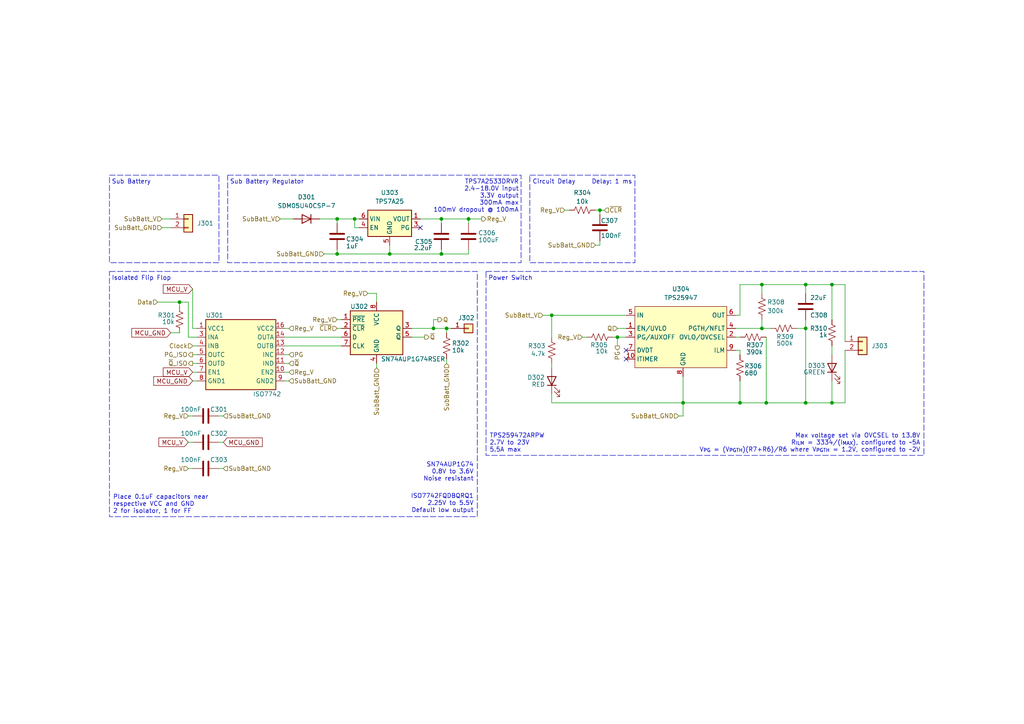
<source format=kicad_sch>
(kicad_sch (version 20250114) (generator "eeschema") (generator_version "9.0")
  (paper "A4")
  (title_block (title "BAGEL Switch MK1") (date "2025-12-02") (rev "A") (company "Illinois Space Society") (comment 3 "Thomas McManamen, Chethan Karandikar") (comment 4 "Contributors: Lucas Lessard, Pranav Bala, Peter Karlos, Charlie Plater, Kevin Zhao, "))
  (lib_symbols
    (symbol "Connector_Generic:Conn_01x01" (pin_names (offset 1.016) (hide yes))
      (property "Reference" "J" (at 0 2.54 0))
      (property "Value" "Conn_01x01" (at 0 -2.54 0))
      (symbol "Conn_01x01_1_1"
        (rectangle (start -1.27 1.27) (end 1.27 -1.27) (stroke (width 0.254)) (fill (type background)))
        (rectangle (start -1.27 0.127) (end 0 -0.127) (stroke (width 0.1524)))
        (pin passive line (at -5.08 0 0) (length 3.81) (name "Pin_1") (number "1"))
      )
    )
    (symbol "Connector_Generic:Conn_01x02" (pin_names (offset 1.016) (hide yes))
      (property "Reference" "J" (at 0 2.54 0))
      (property "Value" "Conn_01x02" (at 0 -5.08 0))
      (symbol "Conn_01x02_1_1"
        (rectangle (start -1.27 1.27) (end 1.27 -3.81) (stroke (width 0.254)) (fill (type background)))
        (rectangle (start -1.27 0.127) (end 0 -0.127) (stroke (width 0.1524)))
        (rectangle (start -1.27 -2.413) (end 0 -2.667) (stroke (width 0.1524)))
        (pin passive line (at -5.08 0 0) (length 3.81) (name "Pin_1") (number "1"))
        (pin passive line (at -5.08 -2.54 0) (length 3.81) (name "Pin_2") (number "2"))
      )
    )
    (symbol "Device:C" (pin_numbers (hide yes)) (pin_names (offset 0.254))
      (property "Reference" "C" (at 0.635 2.54 0))
      (property "Value" "C" (at 0.635 -2.54 0))
      (symbol "C_0_1"
        (polyline (pts (xy -2.032 0.762) (xy 2.032 0.762)) (stroke (width 0.508)))
        (polyline (pts (xy -2.032 -0.762) (xy 2.032 -0.762)) (stroke (width 0.508)))
      )
      (symbol "C_1_1"
        (pin passive line (at 0 3.81 270) (length 2.794) (name "~") (number "1"))
        (pin passive line (at 0 -3.81 90) (length 2.794) (name "~") (number "2"))
      )
    )
    (symbol "Device:LED" (pin_numbers (hide yes)) (pin_names (offset 1.016) (hide yes))
      (property "Reference" "D" (at 0 2.54 0))
      (property "Value" "LED" (at 0 -2.54 0))
      (symbol "LED_0_1"
        (polyline (pts (xy -3.048 -0.762) (xy -4.572 -2.286) (xy -3.81 -2.286) (xy -4.572 -2.286) (xy -4.572 -1.524)))
        (polyline (pts (xy -1.778 -0.762) (xy -3.302 -2.286) (xy -2.54 -2.286) (xy -3.302 -2.286) (xy -3.302 -1.524)))
        (polyline (pts (xy -1.27 0) (xy 1.27 0)))
        (polyline (pts (xy -1.27 -1.27) (xy -1.27 1.27)) (stroke (width 0.254)))
        (polyline (pts (xy 1.27 -1.27) (xy 1.27 1.27) (xy -1.27 0) (xy 1.27 -1.27)) (stroke (width 0.254)))
      )
      (symbol "LED_1_1"
        (pin passive line (at -3.81 0 0) (length 2.54) (name "K") (number "1"))
        (pin passive line (at 3.81 0 180) (length 2.54) (name "A") (number "2"))
      )
    )
    (symbol "Device:R_US" (pin_numbers (hide yes)) (pin_names (offset 0))
      (property "Reference" "R" (at 2.54 0 90))
      (property "Value" "R_US" (at -2.54 0 90))
      (symbol "R_US_0_1"
        (polyline (pts (xy 0 2.286) (xy 0 2.54)))
        (polyline (pts (xy 0 2.286) (xy 1.016 1.905) (xy 0 1.524) (xy -1.016 1.143) (xy 0 0.762)))
        (polyline (pts (xy 0 0.762) (xy 1.016 0.381) (xy 0 0) (xy -1.016 -0.381) (xy 0 -0.762)))
        (polyline (pts (xy 0 -0.762) (xy 1.016 -1.143) (xy 0 -1.524) (xy -1.016 -1.905) (xy 0 -2.286)))
        (polyline (pts (xy 0 -2.286) (xy 0 -2.54)))
      )
      (symbol "R_US_1_1"
        (pin passive line (at 0 3.81 270) (length 1.27) (name "~") (number "1"))
        (pin passive line (at 0 -3.81 90) (length 1.27) (name "~") (number "2"))
      )
    )
    (symbol "Diode:1N4148WT" (pin_numbers (hide yes)) (pin_names (hide yes))
      (property "Reference" "D" (at 0 2.54 0))
      (property "Value" "1N4148WT" (at 0 -2.54 0))
      (symbol "1N4148WT_0_1"
        (polyline (pts (xy -1.27 1.27) (xy -1.27 -1.27)) (stroke (width 0.254)))
        (polyline (pts (xy 1.27 1.27) (xy 1.27 -1.27) (xy -1.27 0) (xy 1.27 1.27)) (stroke (width 0.254)))
        (polyline (pts (xy 1.27 0) (xy -1.27 0)))
      )
      (symbol "1N4148WT_1_1"
        (pin passive line (at -3.81 0 0) (length 2.54) (name "K") (number "1"))
        (pin passive line (at 3.81 0 180) (length 2.54) (name "A") (number "2"))
      )
    )
    (symbol "Isolator_Texas:ISO7742"
      (property "Reference" "U" (at -10.16 11.43 0))
      (property "Value" "ISO7742" (at 6.35 -11.43 0))
      (symbol "ISO7742_0_1"
        (pin input line (at -12.7 5.08 0) (length 2.54) (name "INA") (number "3"))
        (pin input line (at -12.7 2.54 0) (length 2.54) (name "INB") (number "4"))
        (pin output line (at -12.7 -2.54 0) (length 2.54) (name "OUTD") (number "6"))
        (pin input line (at -12.7 -5.08 0) (length 2.54) (name "EN1") (number "7"))
        (pin power_in line (at -12.7 -7.62 0) (length 2.54) (hide yes) (name "GND1") (number "2"))
        (pin power_in line (at -12.7 -7.62 0) (length 2.54) (name "GND1") (number "8"))
        (pin power_in line (at 12.7 7.62 180) (length 2.54) (name "VCC2") (number "16"))
        (pin output line (at 12.7 5.08 180) (length 2.54) (name "OUTA") (number "14"))
        (pin output line (at 12.7 2.54 180) (length 2.54) (name "OUTB") (number "13"))
        (pin input line (at 12.7 -2.54 180) (length 2.54) (name "IND") (number "11"))
        (pin input line (at 12.7 -5.08 180) (length 2.54) (name "EN2") (number "10"))
        (pin power_in line (at 12.7 -7.62 180) (length 2.54) (name "GND2") (number "9"))
      )
      (symbol "ISO7742_1_1"
        (rectangle (start -10.16 10.16) (end 10.16 -10.16) (stroke (width 0.254)) (fill (type background)))
        (pin power_in line (at -12.7 7.62 0) (length 2.54) (name "VCC1") (number "1"))
        (pin output line (at -12.7 0 0) (length 2.54) (name "OUTC") (number "5"))
        (pin input line (at 12.7 0 180) (length 2.54) (name "INC") (number "12"))
        (pin passive line (at 12.7 -7.62 180) (length 2.54) (hide yes) (name "GND2") (number "15"))
      )
    )
    (symbol "Power_eFuse:TPS25947"
      (property "Reference" "U" (at -13.97 10.16 0))
      (property "Value" "TPS25947" (at 8.255 10.16 0))
      (symbol "TPS25947_0_0"
        (pin power_in line (at -16.51 6.35 0) (length 2.54) (name "IN") (number "5"))
        (pin input line (at -16.51 2.54 0) (length 2.54) (name "EN/UVLO") (number "1"))
        (pin output line (at -16.51 0 0) (length 2.54) (name "PG/AUXOFF") (number "3"))
        (pin output line (at -16.51 -3.81 0) (length 2.54) (name "DVDT") (number "7"))
        (pin output line (at -16.51 -6.35 0) (length 2.54) (name "ITIMER") (number "10"))
        (pin input line (at 0 -11.43 90) (length 2.54) (name "GND") (number "8"))
        (pin power_out line (at 15.24 6.35 180) (length 2.54) (name "OUT") (number "6"))
        (pin bidirectional line (at 15.24 2.54 180) (length 2.54) (name "PGTH/NFLT") (number "4"))
        (pin input line (at 15.24 0 180) (length 2.54) (name "OVLO/OVCSEL") (number "2"))
        (pin output line (at 15.24 -3.81 180) (length 2.54) (name "ILM") (number "9"))
      )
      (symbol "TPS25947_0_1"
        (rectangle (start -13.97 8.89) (end 12.7 -8.89) (fill (type background)))
      )
    )
    (symbol "Regulator_Texas:TPS7A25"
      (property "Reference" "U205" (at 1.27 7.62 0))
      (property "Value" "TPS7A25" (at 1.27 5.08 0))
      (symbol "TPS7A25_1_1"
        (rectangle (start -5.08 2.54) (end 7.62 -5.08) (stroke (width 0.254)) (fill (type background)))
        (pin passive line (at -7.62 0 0) (length 2.54) (name "VIN") (number "6"))
        (pin passive line (at -7.62 -2.54 0) (length 2.54) (name "EN") (number "4"))
        (pin passive line (at 1.27 -7.62 90) (length 2.54) (name "GND") (number "5"))
        (pin passive line (at 1.27 -7.62 90) (length 2.54) (hide yes) (name "Thermal") (number "7"))
        (pin passive line (at 10.16 0 180) (length 2.54) (name "VOUT") (number "1"))
        (pin passive line (at 10.16 -2.54 180) (length 2.54) (name "PG") (number "3"))
      )
    )
    (symbol "Texas_Logic:SN74AUP1G74RSER"
      (property "Reference" "U" (at -10.16 7.62 0))
      (property "Value" "SN74AUP1G74RSER" (at 10.16 -7.62 0))
      (symbol "SN74AUP1G74RSER_1_1"
        (rectangle (start -7.62 6.35) (end 7.62 -6.35) (stroke (width 0.254)) (fill (type background)))
        (pin passive line (at -10.16 3.81 0) (length 2.54) (name "~{PRE}") (number "1"))
        (pin passive line (at -10.16 1.27 0) (length 2.54) (name "~{CLR}") (number "2"))
        (pin passive line (at -10.16 -1.27 0) (length 2.54) (name "D") (number "6"))
        (pin passive line (at -10.16 -3.81 0) (length 2.54) (name "CLK") (number "7"))
        (pin passive line (at 0 8.89 270) (length 2.54) (name "VCC") (number "8"))
        (pin passive line (at 0 -8.89 90) (length 2.54) (name "GND") (number "4"))
        (pin passive line (at 10.16 1.27 180) (length 2.54) (name "Q") (number "3"))
        (pin passive line (at 10.16 -1.27 180) (length 2.54) (name "~{Q}") (number "5"))
      )
    )
  )
  (rectangle (start 153.67 50.8) (end 184.15 76.2) (stroke (width 0) (type dash)))
  (rectangle (start 66.04 50.8) (end 151.13 76.2) (stroke (width 0) (type dash)))
  (rectangle (start 31.75 50.8) (end 63.5 76.2) (stroke (width 0) (type dash)))
  (rectangle (start 140.97 78.74) (end 267.97 132.08) (stroke (width 0) (type dash)))
  (rectangle (start 31.75 78.74) (end 138.43 149.86) (stroke (width 0) (type dash)))
  (text "Isolated Flip Flop\n" (at 32.385 80.01 0) (effects (font (size 1.27 1.27)) (justify left top)))
  (text "SN74AUP1G74\n0.8V to 3.6V\nNoise resistant" (at 137.414 136.906 0) (effects (font (size 1.27 1.27)) (justify right)))
  (text "TPS7A2533DRVR\n2.4-18.0V input\n3.3V output\n300mA max\n100mV dropout @ 100mA" (at 150.495 52.07 0) (effects (font (size 1.27 1.27)) (justify right top)))
  (text "Delay: 1 ms" (at 183.388 52.07 0) (effects (font (size 1.27 1.27)) (justify right top)))
  (text "Circuit Delay" (at 154.432 52.07 0) (effects (font (size 1.27 1.27)) (justify left top)))
  (text "Power Switch" (at 141.605 80.01 0) (effects (font (size 1.27 1.27)) (justify left top)))
  (text "Sub Battery" (at 32.385 52.07 0) (effects (font (size 1.27 1.27)) (justify left top)))
  (text "TPS259472ARPW\n2.7V to 23V\n5.5A max" (at 141.986 128.524 0) (effects (font (size 1.27 1.27)) (justify left)))
  (text "Place 0.1uF capacitors near\nrespective VCC and GND\n2 for isolator, 1 for FF" (at 32.766 146.304 0) (effects (font (size 1.27 1.27)) (justify left)))
  (text "ISO7742FQDBQRQ1\n2.25V to 5.5V\nDefault low output" (at 137.414 146.05 0) (effects (font (size 1.27 1.27)) (justify right)))
  (text "Sub Battery Regulator" (at 66.675 52.07 0) (effects (font (size 1.27 1.27)) (justify left top)))
  (text "Max voltage set via OVCSEL to 13.8V\nR_{ILM} = 3334/(I_{MAX}), configured to ~5A\nV_{PG} = (V_{PGTH})(R7+R6)/R6 where V_{PGTH} = 1.2V, configured to ~2V" (at 266.954 125.73 0) (effects (font (size 1.27 1.27)) (justify right top)))
  (junction (at 179.07 97.79))
  (junction (at 173.99 60.96))
  (junction (at 233.68 82.55))
  (junction (at 97.79 63.5))
  (junction (at 233.68 95.25))
  (junction (at 52.07 87.63))
  (junction (at 97.79 73.66))
  (junction (at 128.016 63.5))
  (junction (at 222.25 116.84))
  (junction (at 214.63 116.84))
  (junction (at 241.3 82.55))
  (junction (at 220.98 82.55))
  (junction (at 198.12 116.84))
  (junction (at 233.68 116.84))
  (junction (at 128.016 73.66))
  (junction (at 241.3 116.84))
  (junction (at 129.54 95.25))
  (junction (at 102.87 63.5))
  (junction (at 160.02 91.44))
  (junction (at 125.73 95.25))
  (junction (at 220.98 95.25))
  (junction (at 113.03 73.66))
  (junction (at 135.89 63.5))
  (no_connect (at 181.61 101.6))
  (no_connect (at 181.61 104.14))
  (no_connect (at 121.92 66.04))
  (wire (pts (xy 97.79 92.71) (xy 99.06 92.71)))
  (wire (pts (xy 92.71 63.5) (xy 97.79 63.5)))
  (wire (pts (xy 214.63 82.55) (xy 220.98 82.55)))
  (wire (pts (xy 102.87 63.5) (xy 104.14 63.5)))
  (wire (pts (xy 46.99 63.5) (xy 49.53 63.5)))
  (wire (pts (xy 121.92 63.5) (xy 128.016 63.5)))
  (wire (pts (xy 82.55 97.79) (xy 99.06 97.79)))
  (wire (pts (xy 172.72 71.12) (xy 173.99 71.12)))
  (wire (pts (xy 241.3 116.84) (xy 245.11 116.84)))
  (wire (pts (xy 214.63 116.84) (xy 222.25 116.84)))
  (wire (pts (xy 160.02 116.84) (xy 198.12 116.84)))
  (wire (pts (xy 129.54 104.14) (xy 129.54 105.41)))
  (wire (pts (xy 129.54 95.25) (xy 130.81 95.25)))
  (wire (pts (xy 213.36 95.25) (xy 220.98 95.25)))
  (wire (pts (xy 125.73 95.25) (xy 125.73 92.71)))
  (wire (pts (xy 55.88 107.95) (xy 57.15 107.95)))
  (wire (pts (xy 97.79 73.66) (xy 113.03 73.66)))
  (wire (pts (xy 160.02 91.44) (xy 157.48 91.44)))
  (wire (pts (xy 82.55 107.95) (xy 83.82 107.95)))
  (wire (pts (xy 135.89 73.66) (xy 128.016 73.66)))
  (wire (pts (xy 64.77 135.89) (xy 63.5 135.89)))
  (wire (pts (xy 52.07 87.63) (xy 54.61 87.63)))
  (wire (pts (xy 82.55 102.87) (xy 83.82 102.87)))
  (wire (pts (xy 113.03 73.66) (xy 128.016 73.66)))
  (wire (pts (xy 160.02 91.44) (xy 160.02 97.79)))
  (wire (pts (xy 119.38 95.25) (xy 125.73 95.25)))
  (wire (pts (xy 241.3 82.55) (xy 241.3 92.71)))
  (wire (pts (xy 55.88 100.33) (xy 57.15 100.33)))
  (wire (pts (xy 109.22 85.09) (xy 109.22 87.63)))
  (wire (pts (xy 214.63 110.49) (xy 214.63 116.84)))
  (wire (pts (xy 173.99 60.96) (xy 175.26 60.96)))
  (wire (pts (xy 245.11 101.6) (xy 245.11 116.84)))
  (wire (pts (xy 196.85 120.65) (xy 198.12 120.65)))
  (wire (pts (xy 97.79 63.5) (xy 102.87 63.5)))
  (wire (pts (xy 49.53 96.52) (xy 52.07 96.52)))
  (wire (pts (xy 220.98 82.55) (xy 220.98 85.09)))
  (wire (pts (xy 179.07 97.79) (xy 181.61 97.79)))
  (wire (pts (xy 173.99 71.12) (xy 173.99 69.85)))
  (wire (pts (xy 54.61 87.63) (xy 54.61 97.79)))
  (wire (pts (xy 214.63 101.6) (xy 214.63 102.87)))
  (wire (pts (xy 82.55 110.49) (xy 83.82 110.49)))
  (wire (pts (xy 160.02 114.3) (xy 160.02 116.84)))
  (wire (pts (xy 198.12 109.22) (xy 198.12 116.84)))
  (wire (pts (xy 220.98 95.25) (xy 223.52 95.25)))
  (wire (pts (xy 82.55 105.41) (xy 83.82 105.41)))
  (wire (pts (xy 222.25 97.79) (xy 222.25 116.84)))
  (wire (pts (xy 135.89 72.39) (xy 135.89 73.66)))
  (wire (pts (xy 125.73 92.71) (xy 127 92.71)))
  (wire (pts (xy 81.28 63.5) (xy 85.09 63.5)))
  (wire (pts (xy 129.54 96.52) (xy 129.54 95.25)))
  (wire (pts (xy 52.07 87.63) (xy 52.07 88.9)))
  (wire (pts (xy 231.14 95.25) (xy 233.68 95.25)))
  (wire (pts (xy 109.22 106.68) (xy 109.22 105.41)))
  (wire (pts (xy 160.02 91.44) (xy 181.61 91.44)))
  (wire (pts (xy 46.99 66.04) (xy 49.53 66.04)))
  (wire (pts (xy 54.61 128.27) (xy 55.88 128.27)))
  (wire (pts (xy 64.77 120.65) (xy 63.5 120.65)))
  (wire (pts (xy 139.7 63.5) (xy 135.89 63.5)))
  (wire (pts (xy 128.016 72.39) (xy 128.016 73.66)))
  (wire (pts (xy 93.98 73.66) (xy 97.79 73.66)))
  (wire (pts (xy 241.3 82.55) (xy 245.11 82.55)))
  (wire (pts (xy 55.88 102.87) (xy 57.15 102.87)))
  (wire (pts (xy 82.55 100.33) (xy 99.06 100.33)))
  (wire (pts (xy 214.63 91.44) (xy 213.36 91.44)))
  (wire (pts (xy 213.36 101.6) (xy 214.63 101.6)))
  (wire (pts (xy 241.3 100.33) (xy 241.3 102.87)))
  (wire (pts (xy 179.07 95.25) (xy 181.61 95.25)))
  (wire (pts (xy 104.14 66.04) (xy 102.87 66.04)))
  (wire (pts (xy 128.016 63.5) (xy 128.016 64.77)))
  (wire (pts (xy 233.68 95.25) (xy 233.68 116.84)))
  (wire (pts (xy 64.77 128.27) (xy 63.5 128.27)))
  (wire (pts (xy 102.87 66.04) (xy 102.87 63.5)))
  (wire (pts (xy 97.79 72.39) (xy 97.79 73.66)))
  (wire (pts (xy 245.11 82.55) (xy 245.11 99.06)))
  (wire (pts (xy 168.91 97.79) (xy 170.18 97.79)))
  (wire (pts (xy 179.07 97.79) (xy 179.07 100.33)))
  (wire (pts (xy 128.016 63.5) (xy 135.89 63.5)))
  (wire (pts (xy 106.68 85.09) (xy 109.22 85.09)))
  (wire (pts (xy 54.61 120.65) (xy 55.88 120.65)))
  (wire (pts (xy 55.88 110.49) (xy 57.15 110.49)))
  (wire (pts (xy 233.68 116.84) (xy 241.3 116.84)))
  (wire (pts (xy 233.68 82.55) (xy 233.68 85.09)))
  (wire (pts (xy 163.83 60.96) (xy 165.1 60.96)))
  (wire (pts (xy 55.88 95.25) (xy 57.15 95.25)))
  (wire (pts (xy 198.12 116.84) (xy 214.63 116.84)))
  (wire (pts (xy 54.61 97.79) (xy 57.15 97.79)))
  (wire (pts (xy 214.63 91.44) (xy 214.63 82.55)))
  (wire (pts (xy 45.72 87.63) (xy 52.07 87.63)))
  (wire (pts (xy 160.02 105.41) (xy 160.02 106.68)))
  (wire (pts (xy 83.82 95.25) (xy 82.55 95.25)))
  (wire (pts (xy 173.99 60.96) (xy 173.99 62.23)))
  (wire (pts (xy 198.12 120.65) (xy 198.12 116.84)))
  (wire (pts (xy 135.89 64.77) (xy 135.89 63.5)))
  (wire (pts (xy 54.61 135.89) (xy 55.88 135.89)))
  (wire (pts (xy 97.79 95.25) (xy 99.06 95.25)))
  (wire (pts (xy 241.3 116.84) (xy 241.3 110.49)))
  (wire (pts (xy 55.88 105.41) (xy 57.15 105.41)))
  (wire (pts (xy 213.36 97.79) (xy 214.63 97.79)))
  (wire (pts (xy 172.72 60.96) (xy 173.99 60.96)))
  (wire (pts (xy 220.98 82.55) (xy 233.68 82.55)))
  (wire (pts (xy 113.03 71.12) (xy 113.03 73.66)))
  (wire (pts (xy 222.25 116.84) (xy 233.68 116.84)))
  (wire (pts (xy 55.88 83.82) (xy 55.88 95.25)))
  (wire (pts (xy 97.79 63.5) (xy 97.79 64.77)))
  (wire (pts (xy 220.98 92.71) (xy 220.98 95.25)))
  (wire (pts (xy 125.73 95.25) (xy 129.54 95.25)))
  (wire (pts (xy 233.68 82.55) (xy 241.3 82.55)))
  (wire (pts (xy 233.68 92.71) (xy 233.68 95.25)))
  (wire (pts (xy 119.38 97.79) (xy 123.19 97.79)))
  (wire (pts (xy 177.8 97.79) (xy 179.07 97.79)))
  (global_label "MCU_V" (shape input) (at 55.88 83.82 180) (property "Intersheetrefs" "${INTERSHEET_REFS}" (effects (hide yes))))
  (global_label "MCU_V" (shape input) (at 55.88 107.95 180) (property "Intersheetrefs" "${INTERSHEET_REFS}" (effects (hide yes))))
  (global_label "MCU_V" (shape input) (at 54.61 128.27 180) (property "Intersheetrefs" "${INTERSHEET_REFS}" (effects (hide yes))))
  (global_label "MCU_GND" (shape input) (at 55.88 110.49 180) (property "Intersheetrefs" "${INTERSHEET_REFS}" (effects (hide yes))))
  (global_label "MCU_GND" (shape input) (at 49.53 96.52 180) (property "Intersheetrefs" "${INTERSHEET_REFS}" (effects (hide yes))))
  (global_label "MCU_GND" (shape input) (at 64.77 128.27 0) (property "Intersheetrefs" "${INTERSHEET_REFS}" (effects (hide yes))))
  (hierarchical_label "SubBatt_V" (shape input) (at 46.99 63.5 180))
  (hierarchical_label "Reg_V" (shape output) (at 139.7 63.5 0))
  (hierarchical_label "Reg_V" (shape input) (at 106.68 85.09 180))
  (hierarchical_label "PG_ISO" (shape output) (at 55.88 102.87 180))
  (hierarchical_label "Q" (shape output) (at 127 92.71 0))
  (hierarchical_label "SubBatt_GND" (shape input) (at 109.22 106.68 270))
  (hierarchical_label "~{CLR}" (shape input) (at 97.79 95.25 180))
  (hierarchical_label "SubBatt_V" (shape input) (at 81.28 63.5 180))
  (hierarchical_label "SubBatt_GND" (shape input) (at 196.85 120.65 180))
  (hierarchical_label "SubBatt_GND" (shape input) (at 64.77 120.65 0))
  (hierarchical_label "SubBatt_GND" (shape input) (at 46.99 66.04 180))
  (hierarchical_label "Reg_V" (shape input) (at 83.82 95.25 0))
  (hierarchical_label "Reg_V" (shape input) (at 54.61 120.65 180))
  (hierarchical_label "Reg_V" (shape input) (at 97.79 92.71 180))
  (hierarchical_label "SubBatt_GND" (shape input) (at 64.77 135.89 0))
  (hierarchical_label "SubBatt_GND" (shape input) (at 172.72 71.12 180))
  (hierarchical_label "PG" (shape output) (at 179.07 100.33 270))
  (hierarchical_label "Reg_V" (shape input) (at 168.91 97.79 180))
  (hierarchical_label "SubBatt_GND" (shape input) (at 93.98 73.66 180))
  (hierarchical_label "Reg_V" (shape input) (at 54.61 135.89 180))
  (hierarchical_label "SubBatt_GND" (shape input) (at 129.54 105.41 270))
  (hierarchical_label "Data" (shape input) (at 45.72 87.63 180))
  (hierarchical_label "SubBatt_GND" (shape input) (at 83.82 110.49 0))
  (hierarchical_label "SubBatt_V" (shape input) (at 157.48 91.44 180))
  (hierarchical_label "Clock" (shape input) (at 55.88 100.33 180))
  (hierarchical_label "~{Q}" (shape input) (at 83.82 105.41 0))
  (hierarchical_label "~{CLR}" (shape input) (at 175.26 60.96 0))
  (hierarchical_label "Reg_V" (shape input) (at 163.83 60.96 180))
  (hierarchical_label "Reg_V" (shape input) (at 83.82 107.95 0))
  (hierarchical_label "~{Q}" (shape output) (at 123.19 97.79 0))
  (hierarchical_label "~{Q}_ISO" (shape output) (at 55.88 105.41 180))
  (hierarchical_label "Q" (shape input) (at 179.07 95.25 180))
  (hierarchical_label "PG" (shape input) (at 83.82 102.87 0))
  (symbol (lib_id "Device:C") (at 59.69 135.89 90) (unit 1)
    (property "Reference" "C203" (at 66.04 133.35 90) (effects (justify left)))
    (property "Value" "100nF" (at 58.42 133.35 90) (effects (justify left)))
    (property "Footprint" "Capacitor_SMD:C_0402_1005Metric" (effects (hide yes)))
    (property "Description" "Unpolarized capacitor" (effects (hide yes)))
    (instances (project "BAGEL-MK1.1-revB" (path "" (reference "C303") (unit 1)) (path "" (reference "C403") (unit 1)) (path "" (reference "C203") (unit 1))))
  )
  (symbol (lib_id "Device:C") (at 233.68 88.9 0) (unit 1)
    (property "Reference" "C208" (at 234.95 91.44 0) (effects (justify left)))
    (property "Value" "22uF" (at 234.95 86.36 0) (effects (justify left)))
    (property "Footprint" "Capacitor_SMD:C_0805_2012Metric" (effects (hide yes)))
    (property "Description" "Unpolarized capacitor" (effects (hide yes)))
    (instances (project "BAGEL-MK1.1-revB" (path "" (reference "C308") (unit 1)) (path "" (reference "C408") (unit 1)) (path "" (reference "C208") (unit 1))))
  )
  (symbol (lib_id "Device:R_US") (at 218.44 97.79 90) (unit 1)
    (property "Reference" "R207" (at 216.408 100.076 90) (effects (justify right)))
    (property "Value" "390k" (at 216.408 102.108 90) (effects (justify right)))
    (property "Footprint" "Resistor_SMD:R_0402_1005Metric" (effects (hide yes)))
    (property "Description" "Resistor, US symbol" (effects (hide yes)))
    (instances (project "BAGEL-MK1.1-revB" (path "" (reference "R307") (unit 1)) (path "" (reference "R407") (unit 1)) (path "" (reference "R207") (unit 1))))
  )
  (symbol (lib_id "Device:C") (at 59.69 128.27 90) (unit 1)
    (property "Reference" "C202" (at 66.04 125.73 90) (effects (justify left)))
    (property "Value" "100nF" (at 58.42 125.73 90) (effects (justify left)))
    (property "Footprint" "Capacitor_SMD:C_0402_1005Metric" (effects (hide yes)))
    (property "Description" "Unpolarized capacitor" (effects (hide yes)))
    (instances (project "BAGEL-MK1.1-revB" (path "" (reference "C302") (unit 1)) (path "" (reference "C402") (unit 1)) (path "" (reference "C202") (unit 1))))
  )
  (symbol (lib_id "Connector_Generic:Conn_01x02") (at 54.61 63.5 0) (unit 1)
    (property "Reference" "J201" (at 57.15 64.77 0) (effects (justify left)))
    (property "Value" "Conn_01x02" (effects (hide yes)))
    (property "Footprint" "Connector_PinHeader_2.54mm:PinHeader_1x02_P2.54mm_Vertical" (effects (hide yes)))
    (property "Description" "Generic connector, single row, 01x02, script generated (kicad-library-utils/schlib/autogen/connector/)" (effects (hide yes)))
    (instances (project "Switch_Board" (path "" (reference "J301") (unit 1)) (path "" (reference "J401") (unit 1)) (path "" (reference "J201") (unit 1))))
  )
  (symbol (lib_id "Device:R_US") (at 129.54 100.33 180) (unit 1)
    (property "Reference" "R202" (at 131.064 99.568 0) (effects (justify right)))
    (property "Value" "10k" (at 131.064 101.6 0) (effects (justify right)))
    (property "Footprint" "Resistor_SMD:R_0402_1005Metric" (effects (hide yes)))
    (property "Description" "Resistor, US symbol" (effects (hide yes)))
    (instances (project "BAGEL-MK1.1-revB" (path "" (reference "R302") (unit 1)) (path "" (reference "R402") (unit 1)) (path "" (reference "R202") (unit 1))))
  )
  (symbol (lib_id "Device:LED") (at 241.3 106.68 90) (unit 1)
    (property "Reference" "D203" (at 239.395 106.045 90) (effects (justify left)))
    (property "Value" "GREEN" (at 239.395 107.95 90) (effects (justify left)))
    (property "Footprint" "LED_SMD:LED_0603_1608Metric" (effects (hide yes)))
    (property "Description" "Light emitting diode" (effects (hide yes)))
    (property "Sim.Pins" "1=K 2=A" (effects (hide yes)))
    (instances (project "BAGEL-MK1.1-revB" (path "" (reference "D303") (unit 1)) (path "" (reference "D403") (unit 1)) (path "" (reference "D203") (unit 1))))
  )
  (symbol (lib_id "Power_eFuse:TPS25947") (at 198.12 97.79 0) (unit 1)
    (property "Reference" "U204" (at 197.485 83.82 0))
    (property "Value" "TPS25947" (at 197.485 86.36 0))
    (property "Footprint" "Package_VQFN:VQFN-HR-RPW0010A" (effects (hide yes)))
    (property "Datasheet" "https://www.ti.com/lit/ds/symlink/tps25947.pdf" (effects (hide yes)))
    (property "Description" "2.7V - 23V, 5.5A, 28mOhm, eFuse, Reversue Current and Polarity Blocking, Current Limiting, VQFN-HR" (effects (hide yes)))
    (instances (project "BAGEL-MK1.1-revB" (path "" (reference "U304") (unit 1)) (path "" (reference "U404") (unit 1)) (path "" (reference "U204") (unit 1))))
  )
  (symbol (lib_id "Diode:1N4148WT") (at 88.9 63.5 180) (unit 1)
    (property "Reference" "D201" (at 88.9 57.15 0))
    (property "Value" "SDM05U40CSP-7" (at 88.9 59.69 0))
    (property "Footprint" "Diode_SMD:D_SOD-882" (effects (hide yes)))
    (property "Datasheet" "https://www.diodes.com/assets/Datasheets/ds30396.pdf" (effects (hide yes)))
    (property "Description" "75V 0.15A Fast switching Diode, SOD-523" (effects (hide yes)))
    (property "Sim.Device" "D" (effects (hide yes)))
    (property "Sim.Pins" "1=K 2=A" (effects (hide yes)))
    (instances (project "BAGEL-MK1.1-revB" (path "" (reference "D301") (unit 1)) (path "" (reference "D401") (unit 1)) (path "" (reference "D201") (unit 1))))
  )
  (symbol (lib_id "Texas_Logic:SN74AUP1G74RSER") (at 109.22 96.52 0) (unit 1)
    (property "Reference" "U202" (at 101.6 88.9 0) (effects (justify left)))
    (property "Value" "SN74AUP1G74RSER" (at 110.49 104.14 0) (effects (justify left)))
    (property "Footprint" "Package_UQFN:UQFN-RSE0008A" (effects (hide yes)))
    (property "Datasheet" "https://www.ti.com/lit/ds/symlink/sn74aup1g74.pdf" (effects (hide yes)))
    (property "Description" "Low-Power Single Positive-Edge-Triggered D-Type Flip-Flop With Clear and Preset, UQFN-8" (effects (hide yes)))
    (property "Height" "0.6" (effects (hide yes)))
    (property "Mouser Part Number" "595-SN74AUP1G74RSER" (effects (hide yes)))
    (property "Mouser Price/Stock" "https://www.mouser.co.uk/ProductDetail/Texas-Instruments/SN74AUP1G74RSER?qs=EuM%2FBx4ov4RGFdXbpZrTyw%3D%3D" (effects (hide yes)))
    (property "Manufacturer_Name" "Texas Instruments" (effects (hide yes)))
    (property "Manufacturer_Part_Number" "SN74AUP1G74RSER" (effects (hide yes)))
    (instances (project "BAGEL-MK1.1-revB" (path "" (reference "U302") (unit 1)) (path "" (reference "U402") (unit 1)) (path "" (reference "U202") (unit 1))))
  )
  (symbol (lib_id "Device:R_US") (at 214.63 106.68 180) (unit 1)
    (property "Reference" "R206" (at 215.9 106.172 0) (effects (justify right)))
    (property "Value" "680" (at 215.9 108.204 0) (effects (justify right)))
    (property "Footprint" "Resistor_SMD:R_0402_1005Metric" (effects (hide yes)))
    (property "Description" "Resistor, US symbol" (effects (hide yes)))
    (instances (project "BAGEL-MK1.1-revB" (path "" (reference "R306") (unit 1)) (path "" (reference "R406") (unit 1)) (path "" (reference "R206") (unit 1))))
  )
  (symbol (lib_id "Device:C") (at 97.79 68.58 0) (unit 1)
    (property "Reference" "C204" (at 100.33 69.342 0) (effects (justify left)))
    (property "Value" "1uF" (at 100.33 71.374 0) (effects (justify left)))
    (property "Footprint" "Capacitor_SMD:C_0402_1005Metric" (effects (hide yes)))
    (property "Description" "Unpolarized capacitor" (effects (hide yes)))
    (instances (project "BAGEL-MK1.1-revB" (path "" (reference "C304") (unit 1)) (path "" (reference "C404") (unit 1)) (path "" (reference "C204") (unit 1))))
  )
  (symbol (lib_id "Device:LED") (at 160.02 110.49 90) (unit 1)
    (property "Reference" "D202" (at 152.908 109.474 90) (effects (justify right)))
    (property "Value" "RED" (at 154.178 111.506 90) (effects (justify right)))
    (property "Footprint" "LED_SMD:LED_0603_1608Metric" (effects (hide yes)))
    (property "Description" "Light emitting diode" (effects (hide yes)))
    (property "Sim.Pins" "1=K 2=A" (effects (hide yes)))
    (instances (project "BAGEL-MK1.1-revB" (path "" (reference "D302") (unit 1)) (path "" (reference "D402") (unit 1)) (path "" (reference "D202") (unit 1))))
  )
  (symbol (lib_id "Device:R_US") (at 241.3 96.52 0) (unit 1)
    (property "Reference" "R210" (at 240.03 95.25 0) (effects (justify right)))
    (property "Value" "1k" (at 240.03 97.155 0) (effects (justify right)))
    (property "Footprint" "Resistor_SMD:R_0402_1005Metric" (effects (hide yes)))
    (property "Description" "Resistor, US symbol" (effects (hide yes)))
    (instances (project "BAGEL-MK1.1-revB" (path "" (reference "R310") (unit 1)) (path "" (reference "R410") (unit 1)) (path "" (reference "R210") (unit 1))))
  )
  (symbol (lib_id "Device:R_US") (at 173.99 97.79 90) (unit 1)
    (property "Reference" "R205" (at 171.196 100.076 90) (effects (justify right)))
    (property "Value" "10k" (at 172.72 101.854 90) (effects (justify right)))
    (property "Footprint" "Resistor_SMD:R_0402_1005Metric" (effects (hide yes)))
    (property "Description" "Resistor, US symbol" (effects (hide yes)))
    (instances (project "BAGEL-MK1.1-revB" (path "" (reference "R305") (unit 1)) (path "" (reference "R405") (unit 1)) (path "" (reference "R205") (unit 1))))
  )
  (symbol (lib_id "Device:R_US") (at 227.33 95.25 90) (mirror x) (unit 1)
    (property "Reference" "R209" (at 227.711 97.663 90))
    (property "Value" "500k" (at 227.584 99.568 90))
    (property "Footprint" "Resistor_SMD:R_0402_1005Metric" (effects (hide yes)))
    (property "Description" "Resistor, US symbol" (effects (hide yes)))
    (instances (project "BAGEL-MK1.1-revB" (path "" (reference "R309") (unit 1)) (path "" (reference "R409") (unit 1)) (path "" (reference "R209") (unit 1))))
  )
  (symbol (lib_id "Device:R_US") (at 220.98 88.9 0) (unit 1)
    (property "Reference" "R208" (at 222.504 87.63 0) (effects (justify left)))
    (property "Value" "300k" (at 222.504 90.17 0) (effects (justify left)))
    (property "Footprint" "Resistor_SMD:R_0402_1005Metric" (effects (hide yes)))
    (property "Description" "Resistor, US symbol" (effects (hide yes)))
    (instances (project "BAGEL-MK1.1-revB" (path "" (reference "R308") (unit 1)) (path "" (reference "R408") (unit 1)) (path "" (reference "R208") (unit 1))))
  )
  (symbol (lib_id "Device:R_US") (at 52.07 92.71 0) (unit 1)
    (property "Reference" "R201" (at 45.72 91.44 0) (effects (justify left)))
    (property "Value" "10k" (at 46.99 93.345 0) (effects (justify left)))
    (property "Footprint" "Resistor_SMD:R_0402_1005Metric" (effects (hide yes)))
    (property "Description" "Resistor, US symbol" (effects (hide yes)))
    (instances (project "BAGEL-MK1.1-revB" (path "" (reference "R301") (unit 1)) (path "" (reference "R401") (unit 1)) (path "" (reference "R201") (unit 1))))
  )
  (symbol (lib_id "Regulator_Texas:TPS7A25") (at 111.76 63.5 0) (unit 1)
    (property "Reference" "U203" (at 113.03 55.88 0))
    (property "Value" "TPS7A25" (at 113.03 58.42 0))
    (property "Footprint" "Package_SON:WSON-6-1EP_2x2mm_P0.65mm_EP1x1.6mm" (effects (hide yes)))
    (property "Datasheet" "https://www.ti.com/lit/ds/symlink/tps7a25.pdf?HQS=dis-dk-null-digikeymode-dsf-pf-null-wwe&ts=1768168918974" (effects (hide yes)))
    (property "Description" "300-mA, 18-V, Ultra-Low IQ, Low-Dropout Linear Voltage Regulator With Power-Good" (effects (hide yes)))
    (property "Height" "0.6" (effects (hide yes)))
    (property "Mouser Part Number" "865-XC6223T331GR-G" (effects (hide yes)))
    (property "Mouser Price/Stock" "https://www.mouser.co.uk/ProductDetail/Torex-Semiconductor/XC6223T331GR-G?qs=AsjdqWjXhJ9pIYh2kurybQ%3D%3D" (effects (hide yes)))
    (property "Manufacturer_Name" "Torex" (effects (hide yes)))
    (property "Manufacturer_Part_Number" "XC6223T331GR-G" (effects (hide yes)))
    (instances (project "BAGEL-MK1.1-revB" (path "" (reference "U303") (unit 1)) (path "" (reference "U403") (unit 1)) (path "" (reference "U203") (unit 1))))
  )
  (symbol (lib_id "Connector_Generic:Conn_01x02") (at 250.19 99.06 0) (unit 1)
    (property "Reference" "J203" (at 252.73 100.33 0) (effects (justify left)))
    (property "Value" "Conn_01x02" (effects (hide yes)))
    (property "Footprint" "Connector_PinHeader_2.54mm:PinHeader_1x02_P2.54mm_Vertical" (effects (hide yes)))
    (property "Description" "Generic connector, single row, 01x02, script generated (kicad-library-utils/schlib/autogen/connector/)" (effects (hide yes)))
    (instances (project "BAGEL-MK1.1-revB" (path "" (reference "J303") (unit 1)) (path "" (reference "J403") (unit 1)) (path "" (reference "J203") (unit 1))))
  )
  (symbol (lib_id "Connector_Generic:Conn_01x01") (at 135.89 95.25 0) (unit 1)
    (property "Reference" "J202" (at 132.842 92.202 0) (effects (justify left)))
    (property "Value" "Conn_01x01" (effects (hide yes)))
    (property "Footprint" "TestPoint:TestPoint_Pad_D1.0mm" (effects (hide yes)))
    (property "Description" "Generic connector, single row, 01x01, script generated (kicad-library-utils/schlib/autogen/connector/)" (effects (hide yes)))
    (instances (project "BAGEL-MK1.1-revB" (path "" (reference "J302") (unit 1)) (path "" (reference "J402") (unit 1)) (path "" (reference "J202") (unit 1))))
  )
  (symbol (lib_id "Device:C") (at 59.69 120.65 90) (unit 1)
    (property "Reference" "C201" (at 66.04 118.745 90) (effects (justify left)))
    (property "Value" "100nF" (at 58.42 118.745 90) (effects (justify left)))
    (property "Footprint" "Capacitor_SMD:C_0402_1005Metric" (effects (hide yes)))
    (property "Description" "Unpolarized capacitor" (effects (hide yes)))
    (instances (project "BAGEL-MK1.1-revB" (path "" (reference "C301") (unit 1)) (path "" (reference "C401") (unit 1)) (path "" (reference "C201") (unit 1))))
  )
  (symbol (lib_id "Device:R_US") (at 168.91 60.96 90) (unit 1)
    (property "Reference" "R204" (at 168.91 55.88 90))
    (property "Value" "10k" (at 168.91 58.42 90))
    (property "Footprint" "Resistor_SMD:R_0402_1005Metric" (effects (hide yes)))
    (property "Description" "Resistor, US symbol" (effects (hide yes)))
    (instances (project "BAGEL-MK1.1-revB" (path "" (reference "R304") (unit 1)) (path "" (reference "R404") (unit 1)) (path "" (reference "R204") (unit 1))))
  )
  (symbol (lib_id "Isolator_Texas:ISO7742") (at 69.85 102.87 0) (unit 1)
    (property "Reference" "U201" (at 62.23 91.44 0))
    (property "Value" "ISO7742" (at 77.47 114.3 0))
    (property "Footprint" "Package_SO:SSOP-16_3.9x4.9mm_P0.635mm" (effects (hide yes)))
    (property "Datasheet" "https://www.ti.com/lit/ds/symlink/iso7742-q1.pdf" (effects (hide yes)))
    (property "Description" "High-Speed, Robust-EMC Reinforced and Basic Quad-Channel Digital Isolator, SSOP-16" (effects (hide yes)))
    (instances (project "BAGEL-MK1.1-revB" (path "" (reference "U301") (unit 1)) (path "" (reference "U401") (unit 1)) (path "" (reference "U201") (unit 1))))
  )
  (symbol (lib_id "Device:C") (at 135.89 68.58 0) (unit 1)
    (property "Reference" "C206" (at 138.684 67.564 0) (effects (justify left)))
    (property "Value" "100uF" (at 138.684 69.596 0) (effects (justify left)))
    (property "Footprint" "Capacitor_SMD:C_0805_2012Metric" (effects (hide yes)))
    (property "Description" "Unpolarized capacitor" (effects (hide yes)))
    (instances (project "BAGEL-MK1.1-revB" (path "" (reference "C306") (unit 1)) (path "" (reference "C406") (unit 1)) (path "" (reference "C206") (unit 1))))
  )
  (symbol (lib_id "Device:C") (at 128.016 68.58 0) (unit 1)
    (property "Reference" "C205" (at 125.476 70.104 0) (effects (justify right)))
    (property "Value" "2.2uF" (at 125.476 71.882 0) (effects (justify right)))
    (property "Footprint" "Capacitor_SMD:C_0402_1005Metric" (effects (hide yes)))
    (property "Description" "Unpolarized capacitor" (effects (hide yes)))
    (instances (project "BAGEL-MK1.1-revB" (path "" (reference "C305") (unit 1)) (path "" (reference "C405") (unit 1)) (path "" (reference "C205") (unit 1))))
  )
  (symbol (lib_id "Device:C") (at 173.99 66.04 180) (unit 1)
    (property "Reference" "C207" (at 179.324 64.008 0) (effects (justify left)))
    (property "Value" "100nF" (at 180.34 68.326 0) (effects (justify left)))
    (property "Footprint" "Capacitor_SMD:C_0402_1005Metric" (effects (hide yes)))
    (property "Description" "Unpolarized capacitor" (effects (hide yes)))
    (instances (project "BAGEL-MK1.1-revB" (path "" (reference "C307") (unit 1)) (path "" (reference "C407") (unit 1)) (path "" (reference "C207") (unit 1))))
  )
  (symbol (lib_id "Device:R_US") (at 160.02 101.6 0) (unit 1)
    (property "Reference" "R203" (at 158.242 100.33 0) (effects (justify right)))
    (property "Value" "4.7k" (at 158.242 102.616 0) (effects (justify right)))
    (property "Footprint" "Resistor_SMD:R_0402_1005Metric" (effects (hide yes)))
    (property "Description" "Resistor, US symbol" (effects (hide yes)))
    (instances (project "BAGEL-MK1.1-revB" (path "" (reference "R303") (unit 1)) (path "" (reference "R403") (unit 1)) (path "" (reference "R203") (unit 1))))
  )
)
</source>
